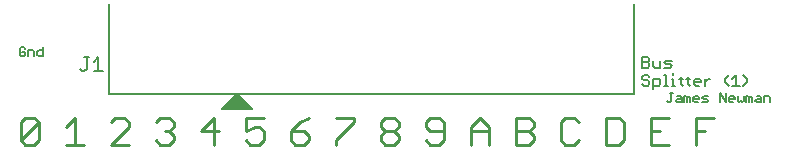
<source format=gto>
G04 Output by ViewMate Deluxe V11.0.9  PentaLogix LLC*
G04 Sun Jun 01 12:21:21 2014*
%FSLAX33Y33*%
%MOMM*%
%IPPOS*%
%ADD15C,0.127*%
%ADD105C,0.254*%
%ADD109C,0.127*%

%LPD*%
X0Y0D2*D15*G1X13294Y11100D2*X13294Y12268D1*D15*X67305Y9830D2*X67305Y10744D1*X64558Y8931D2*X64939Y8931D1*X64966Y10439D2*X65118Y10439D1*X8631Y12357D2*X8263Y12357D1*X8138Y12479*X8138Y12725*X8263Y12847*X8631Y12847*X7882Y12357D2*X7882Y12725D1*X7760Y12847*X7391Y12847*X7391Y12357*X7132Y12479D2*X7132Y12725D1*X6888Y12725*X7132Y12479D2*X7010Y12357D1*X6764Y12357*X6642Y12479*X6642Y12972*X6764Y13094*X7010Y13094*X7132Y12972*X8631Y13094D2*X8631Y12357D1*X61439Y8550D2*X61566Y8423D1*X61693Y8423*X61820Y8550*X61820Y9185*X61693Y9185D2*X61947Y9185D1*X62313Y8931D2*X62567Y8931D1*X62694Y8804*X62694Y8423*X62313Y8423*X62186Y8550*X62313Y8677*X62694Y8677*X62938Y8423D2*X62938Y8931D1*X63065Y8931*X63192Y8804*X63319Y8931*X63446Y8804*X63446Y8423*X63192Y8423D2*X63192Y8804D1*X63684Y8804D2*X63811Y8931D1*X64065Y8931*X64192Y8804*X64192Y8677*X63684Y8677*X63684Y8804D2*X63684Y8550D1*X63811Y8423*X64065Y8423*X64431Y8423D2*X64812Y8423D1*X64939Y8550*X64812Y8677*X64558Y8677*X64431Y8804*X64558Y8931*X65930Y9185D2*X66438Y8423D1*X66438Y9185*X66804Y8931D2*X67058Y8931D1*X67185Y8804*X67185Y8677*X66677Y8677*X66677Y8550D2*X66677Y8804D1*X66804Y8931*X66677Y8550D2*X66804Y8423D1*X67058Y8423*X67428Y8550D2*X67555Y8423D1*X67682Y8550*X67809Y8423*X67936Y8550*X67936Y8931*X68175Y8931D2*X68302Y8931D1*X68429Y8804*X68556Y8931*X68683Y8804*X68683Y8423*X68429Y8423D2*X68429Y8804D1*X68175Y8931D2*X68175Y8423D1*X68922Y8550D2*X69049Y8677D1*X69430Y8677*X69430Y8804D2*X69430Y8423D1*X69049Y8423*X68922Y8550*X69049Y8931D2*X69303Y8931D1*X69430Y8804*X69674Y8931D2*X69674Y8423D1*X70182Y8804D2*X70055Y8931D1*X69674Y8931*X67428Y8931D2*X67428Y8550D1*X65930Y8423D2*X65930Y9185D1*X70182Y8423D2*X70182Y8804D1*X61232Y10744D2*X61384Y10744D1*X59969Y10592D2*X59817Y10744D1*X59512Y10744*X59360Y10592*X59360Y10439*X59512Y10287*X59969Y9982D2*X59969Y10135D1*X59817Y10287*X59512Y10287*X59360Y9982D2*X59512Y9830D1*X59817Y9830*X59969Y9982*X60907Y9982D2*X60907Y10287D1*X60752Y10439*X60295Y10439*X60295Y9525*X60295Y9830D2*X60752Y9830D1*X60907Y9982*X61232Y9830D2*X61537Y9830D1*X61384Y10744D2*X61384Y9830D1*X62006Y10439D2*X61854Y10439D1*X67935Y9830D2*X68240Y10135D1*X68240Y10439*X67935Y10744*X66680Y10744D2*X66375Y10439D1*X67305Y10744D2*X67000Y10439D1*X67000Y9830D2*X67610Y9830D1*X66680Y9830D2*X66375Y10135D1*X66375Y10439*X64661Y10135D2*X64966Y10439D1*X64661Y9830D2*X64661Y10439D1*X64183Y9830D2*X63878Y9830D1*X63726Y9982*X63726Y10135D2*X64336Y10135D1*X64336Y10287*X64183Y10439*X63878Y10439*X63726Y10287*X63726Y9982*X63406Y9830D2*X63254Y9982D1*X63254Y10592*X63101Y10439D2*X63406Y10439D1*X62479Y10439D2*X62784Y10439D1*X62631Y10592D2*X62631Y9982D1*X62784Y9830*X61854Y9830D2*X62159Y9830D1*X62006Y10439D2*X62006Y9830D1*X62006Y10897D2*X62006Y10744D1*X60295Y11506D2*X60295Y11963D1*X61232Y11354D2*X61689Y11354D1*X61841Y11506*X61689Y11659*X61384Y11659*X61232Y11811*X61841Y11963D2*X61384Y11963D1*X61232Y11811*X60907Y11963D2*X60907Y11354D1*X60447Y11354*X60295Y11506*X59360Y11354D2*X59360Y12268D1*X59817Y12268*X59969Y12116*X59969Y11963*X59817Y11811*X59360Y11811D2*X59817Y11811D1*X59969Y11659*X59969Y11506*X59817Y11354*X59360Y11354*X11735Y11295D2*X11930Y11100D1*X12123Y11100*X12319Y11295*X12319Y12268*X12515Y12268D2*X12123Y12268D1*X13294Y12268D2*X12903Y11880D1*X13683Y11100D2*X12903Y11100D1*D105*X15878Y4826D2*X14351Y4826D1*X27308Y7115D2*X25781Y7115D1*X60071Y5969D2*X60833Y5969D1*X61598Y7115D2*X60071Y7115D1*X64643Y5969D2*X63881Y5969D1*X65408Y7115D2*X63881Y7115D1*X63881Y4826*X61598Y4826D2*X60071Y4826D1*X60071Y7115*X56261Y7115D2*X56261Y4826D1*X57404Y4826*X57788Y5207*X57788Y6734*X57404Y7115*X56261Y7115*X53978Y6734D2*X53594Y7115D1*X52832Y7115*X52451Y6734*X52451Y5207*X53978Y5207D2*X53594Y4826D1*X52832Y4826*X52451Y5207*X46358Y5969D2*X44831Y5969D1*X48641Y4826D2*X48641Y7115D1*X49784Y7115*X50168Y6734*X50168Y6353*X49784Y5969*X48641Y5969D2*X49784Y5969D1*X50168Y5588*X50168Y5207*X49784Y4826*X48641Y4826*X46358Y4826D2*X46358Y6353D1*X45593Y7115*X44831Y6353*X44831Y4826*X41021Y5207D2*X41402Y4826D1*X42164Y4826*X42548Y5207*X42548Y6734*X42164Y7115*X41402Y7115*X41021Y6734*X41021Y6353*X42548Y5969D2*X41402Y5969D1*X41021Y6353*X38354Y5969D2*X38738Y6353D1*X38738Y6734*X38354Y7115*X37592Y7115*X37211Y6734*X37211Y6353*X37592Y5969*X37211Y5207D2*X37592Y4826D1*X38354Y4826*X38738Y5207*X38738Y5588*X38354Y5969*X37592Y5969*X37211Y5588*X37211Y5207*X33401Y4826D2*X33401Y5207D1*X34928Y6734*X34928Y7115*X33401Y7115*X31118Y7115D2*X30353Y6734D1*X29591Y5969*X29591Y5207D2*X29591Y5969D1*X30734Y5969*X31118Y5588*X31118Y5207*X30734Y4826*X29972Y4826*X29591Y5207*X25781Y5207D2*X26162Y4826D1*X26924Y4826*X27308Y5207*X27308Y5969*X26924Y6353*X26543Y6353*X25781Y5969*X25781Y7115*X23114Y4826D2*X23114Y7115D1*X21971Y5969*X23498Y5969*X18923Y5969D2*X19304Y5969D1*X18161Y5207D2*X18542Y4826D1*X19304Y4826*X19688Y5207*X19688Y5588*X19304Y5969*X19688Y6353*X19688Y6734*X19304Y7115*X18542Y7115*X18161Y6734*X14351Y6734D2*X14732Y7115D1*X15494Y7115*X15878Y6734*X15878Y6353*X14351Y4826*X10541Y4826D2*X12068Y4826D1*X11303Y4826D2*X11303Y7115D1*X10541Y6353*X8258Y6734D2*X7874Y7115D1*X7112Y7115*X6731Y6734*X6731Y5207*X7112Y4826D2*X7874Y4826D1*X8258Y5207*X8258Y6734*X6731Y5207*X7112Y4826*D109*X25039Y9124D2*X24999Y9124D1*X24877Y9002D2*X25161Y9002D1*X25286Y8877D2*X24752Y8877D1*X24630Y8755D2*X25408Y8755D1*X25532Y8631D2*X24506Y8631D1*X24384Y8509D2*X25654Y8509D1*X25778Y8385D2*X24260Y8385D1*X24138Y8263D2*X25900Y8263D1*X26025Y8138D2*X24013Y8138D1*X23891Y8016D2*X26147Y8016D1*X26271Y7892D2*X23767Y7892D1*X26289Y7874D2*X23749Y7874D1*X25019Y9144*X26289Y7874*X58674Y16764D2*X58674Y9144D1*X14224Y9144*X14224Y16764*X0Y0D2*M02*
</source>
